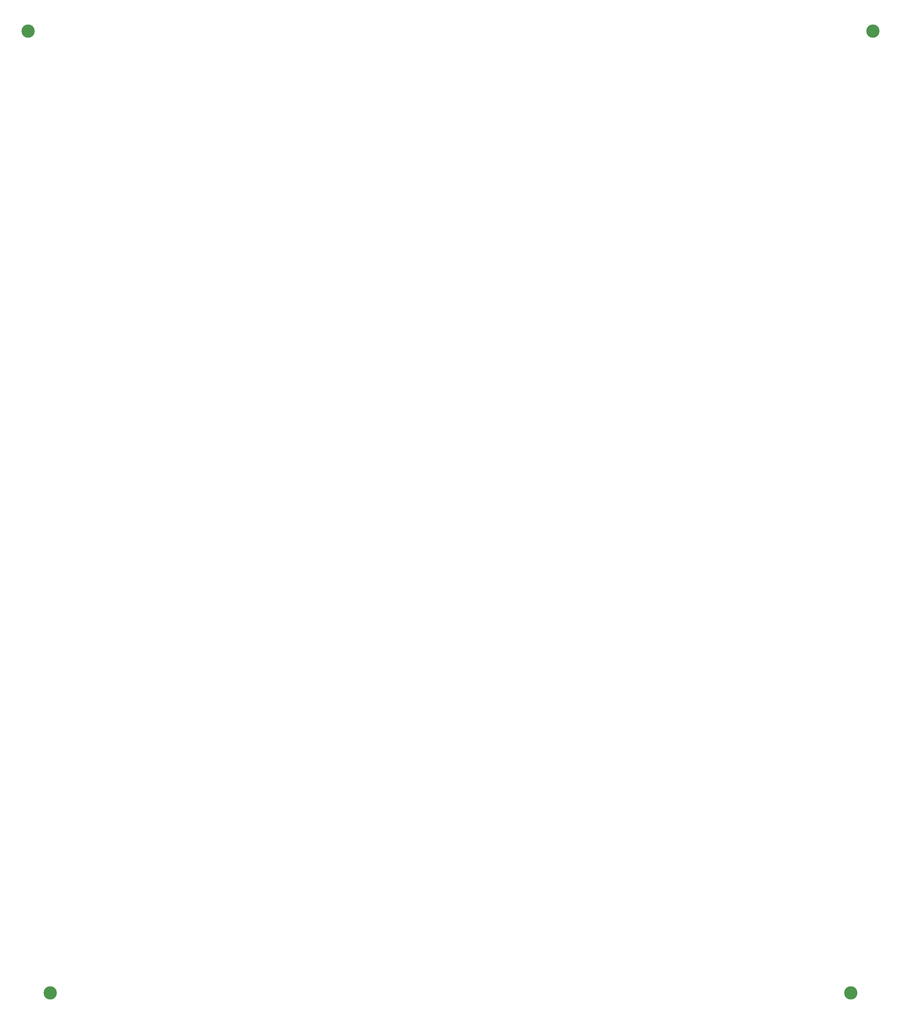
<source format=gbs>
G04 Layer: BottomSolderMaskLayer*
G04 EasyEDA v6.4.25, 2021-09-22T10:20:37+05:30*
G04 774fefb5d2d343239ab63bc48f8a28e3,f7b9aed3ca5c4f10b20383f968238e49,10*
G04 Gerber Generator version 0.2*
G04 Scale: 100 percent, Rotated: No, Reflected: No *
G04 Dimensions in inches *
G04 leading zeros omitted , absolute positions ,3 integer and 6 decimal *
%FSLAX36Y36*%
%MOIN*%

%ADD42C,0.1181*%

%LPD*%
D42*
G01*
X393001Y771652D03*
G01*
X7907593Y771652D03*
G01*
X589852Y-7783678D03*
G01*
X7710743Y-7783678D03*
M02*

</source>
